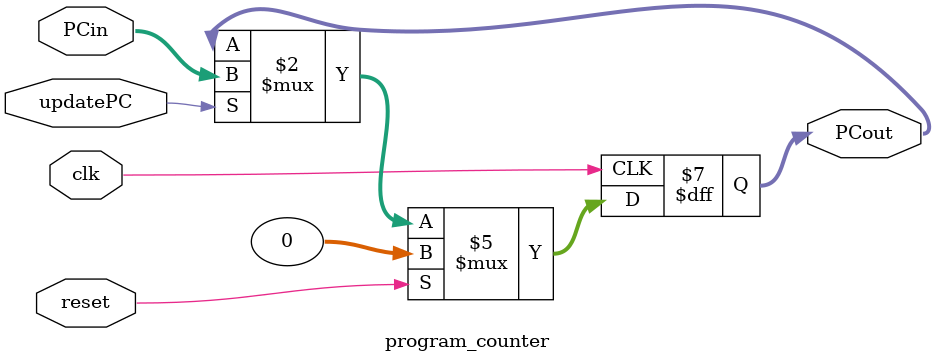
<source format=v>

module program_counter(PCin, updatePC, reset, clk, PCout);
    input [31:0] PCin;
    input updatePC;
    input reset,clk;
    output reg [31:0] PCout;

    always @(posedge clk)
    begin
        if(reset) begin
            PCout <= 0;
        end
        else if (updatePC) begin
            $display("UPDATING PC to %d", PCin);
            PCout <= PCin;
        end
    end
endmodule
</source>
